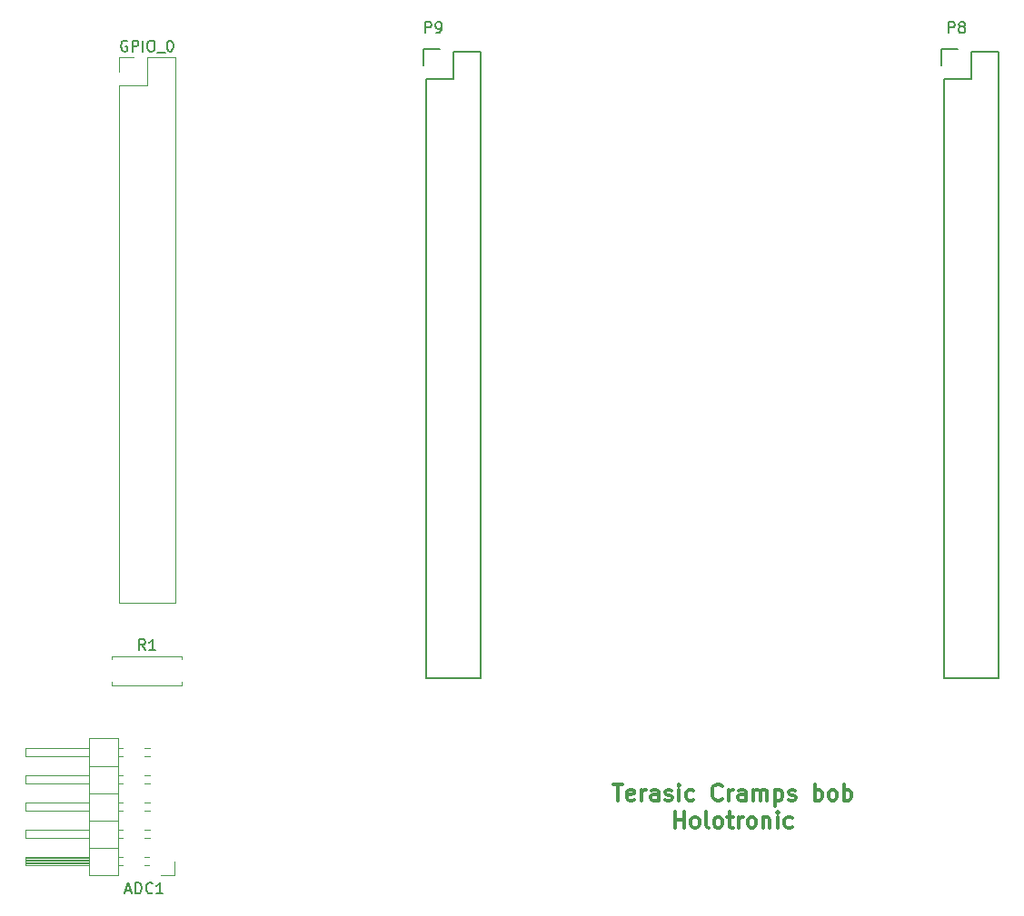
<source format=gto>
G04 #@! TF.GenerationSoftware,KiCad,Pcbnew,5.0.2-bee76a0~70~ubuntu18.04.1*
G04 #@! TF.CreationDate,2019-04-18T20:00:00+02:00*
G04 #@! TF.ProjectId,Cramps2_nano-soc,4372616d-7073-4325-9f6e-616e6f2d736f,rev?*
G04 #@! TF.SameCoordinates,Original*
G04 #@! TF.FileFunction,Legend,Top*
G04 #@! TF.FilePolarity,Positive*
%FSLAX46Y46*%
G04 Gerber Fmt 4.6, Leading zero omitted, Abs format (unit mm)*
G04 Created by KiCad (PCBNEW 5.0.2-bee76a0~70~ubuntu18.04.1) date 2019-04-18T20:00:00 CEST*
%MOMM*%
%LPD*%
G01*
G04 APERTURE LIST*
%ADD10C,0.300000*%
%ADD11C,0.150000*%
%ADD12C,0.120000*%
G04 APERTURE END LIST*
D10*
X136141428Y-135063571D02*
X136998571Y-135063571D01*
X136570000Y-136563571D02*
X136570000Y-135063571D01*
X138070000Y-136492142D02*
X137927142Y-136563571D01*
X137641428Y-136563571D01*
X137498571Y-136492142D01*
X137427142Y-136349285D01*
X137427142Y-135777857D01*
X137498571Y-135635000D01*
X137641428Y-135563571D01*
X137927142Y-135563571D01*
X138070000Y-135635000D01*
X138141428Y-135777857D01*
X138141428Y-135920714D01*
X137427142Y-136063571D01*
X138784285Y-136563571D02*
X138784285Y-135563571D01*
X138784285Y-135849285D02*
X138855714Y-135706428D01*
X138927142Y-135635000D01*
X139070000Y-135563571D01*
X139212857Y-135563571D01*
X140355714Y-136563571D02*
X140355714Y-135777857D01*
X140284285Y-135635000D01*
X140141428Y-135563571D01*
X139855714Y-135563571D01*
X139712857Y-135635000D01*
X140355714Y-136492142D02*
X140212857Y-136563571D01*
X139855714Y-136563571D01*
X139712857Y-136492142D01*
X139641428Y-136349285D01*
X139641428Y-136206428D01*
X139712857Y-136063571D01*
X139855714Y-135992142D01*
X140212857Y-135992142D01*
X140355714Y-135920714D01*
X140998571Y-136492142D02*
X141141428Y-136563571D01*
X141427142Y-136563571D01*
X141570000Y-136492142D01*
X141641428Y-136349285D01*
X141641428Y-136277857D01*
X141570000Y-136135000D01*
X141427142Y-136063571D01*
X141212857Y-136063571D01*
X141070000Y-135992142D01*
X140998571Y-135849285D01*
X140998571Y-135777857D01*
X141070000Y-135635000D01*
X141212857Y-135563571D01*
X141427142Y-135563571D01*
X141570000Y-135635000D01*
X142284285Y-136563571D02*
X142284285Y-135563571D01*
X142284285Y-135063571D02*
X142212857Y-135135000D01*
X142284285Y-135206428D01*
X142355714Y-135135000D01*
X142284285Y-135063571D01*
X142284285Y-135206428D01*
X143641428Y-136492142D02*
X143498571Y-136563571D01*
X143212857Y-136563571D01*
X143070000Y-136492142D01*
X142998571Y-136420714D01*
X142927142Y-136277857D01*
X142927142Y-135849285D01*
X142998571Y-135706428D01*
X143070000Y-135635000D01*
X143212857Y-135563571D01*
X143498571Y-135563571D01*
X143641428Y-135635000D01*
X146284285Y-136420714D02*
X146212857Y-136492142D01*
X145998571Y-136563571D01*
X145855714Y-136563571D01*
X145641428Y-136492142D01*
X145498571Y-136349285D01*
X145427142Y-136206428D01*
X145355714Y-135920714D01*
X145355714Y-135706428D01*
X145427142Y-135420714D01*
X145498571Y-135277857D01*
X145641428Y-135135000D01*
X145855714Y-135063571D01*
X145998571Y-135063571D01*
X146212857Y-135135000D01*
X146284285Y-135206428D01*
X146927142Y-136563571D02*
X146927142Y-135563571D01*
X146927142Y-135849285D02*
X146998571Y-135706428D01*
X147070000Y-135635000D01*
X147212857Y-135563571D01*
X147355714Y-135563571D01*
X148498571Y-136563571D02*
X148498571Y-135777857D01*
X148427142Y-135635000D01*
X148284285Y-135563571D01*
X147998571Y-135563571D01*
X147855714Y-135635000D01*
X148498571Y-136492142D02*
X148355714Y-136563571D01*
X147998571Y-136563571D01*
X147855714Y-136492142D01*
X147784285Y-136349285D01*
X147784285Y-136206428D01*
X147855714Y-136063571D01*
X147998571Y-135992142D01*
X148355714Y-135992142D01*
X148498571Y-135920714D01*
X149212857Y-136563571D02*
X149212857Y-135563571D01*
X149212857Y-135706428D02*
X149284285Y-135635000D01*
X149427142Y-135563571D01*
X149641428Y-135563571D01*
X149784285Y-135635000D01*
X149855714Y-135777857D01*
X149855714Y-136563571D01*
X149855714Y-135777857D02*
X149927142Y-135635000D01*
X150070000Y-135563571D01*
X150284285Y-135563571D01*
X150427142Y-135635000D01*
X150498571Y-135777857D01*
X150498571Y-136563571D01*
X151212857Y-135563571D02*
X151212857Y-137063571D01*
X151212857Y-135635000D02*
X151355714Y-135563571D01*
X151641428Y-135563571D01*
X151784285Y-135635000D01*
X151855714Y-135706428D01*
X151927142Y-135849285D01*
X151927142Y-136277857D01*
X151855714Y-136420714D01*
X151784285Y-136492142D01*
X151641428Y-136563571D01*
X151355714Y-136563571D01*
X151212857Y-136492142D01*
X152498571Y-136492142D02*
X152641428Y-136563571D01*
X152927142Y-136563571D01*
X153070000Y-136492142D01*
X153141428Y-136349285D01*
X153141428Y-136277857D01*
X153070000Y-136135000D01*
X152927142Y-136063571D01*
X152712857Y-136063571D01*
X152570000Y-135992142D01*
X152498571Y-135849285D01*
X152498571Y-135777857D01*
X152570000Y-135635000D01*
X152712857Y-135563571D01*
X152927142Y-135563571D01*
X153070000Y-135635000D01*
X154927142Y-136563571D02*
X154927142Y-135063571D01*
X154927142Y-135635000D02*
X155070000Y-135563571D01*
X155355714Y-135563571D01*
X155498571Y-135635000D01*
X155570000Y-135706428D01*
X155641428Y-135849285D01*
X155641428Y-136277857D01*
X155570000Y-136420714D01*
X155498571Y-136492142D01*
X155355714Y-136563571D01*
X155070000Y-136563571D01*
X154927142Y-136492142D01*
X156498571Y-136563571D02*
X156355714Y-136492142D01*
X156284285Y-136420714D01*
X156212857Y-136277857D01*
X156212857Y-135849285D01*
X156284285Y-135706428D01*
X156355714Y-135635000D01*
X156498571Y-135563571D01*
X156712857Y-135563571D01*
X156855714Y-135635000D01*
X156927142Y-135706428D01*
X156998571Y-135849285D01*
X156998571Y-136277857D01*
X156927142Y-136420714D01*
X156855714Y-136492142D01*
X156712857Y-136563571D01*
X156498571Y-136563571D01*
X157641428Y-136563571D02*
X157641428Y-135063571D01*
X157641428Y-135635000D02*
X157784285Y-135563571D01*
X158070000Y-135563571D01*
X158212857Y-135635000D01*
X158284285Y-135706428D01*
X158355714Y-135849285D01*
X158355714Y-136277857D01*
X158284285Y-136420714D01*
X158212857Y-136492142D01*
X158070000Y-136563571D01*
X157784285Y-136563571D01*
X157641428Y-136492142D01*
X141891428Y-139113571D02*
X141891428Y-137613571D01*
X141891428Y-138327857D02*
X142748571Y-138327857D01*
X142748571Y-139113571D02*
X142748571Y-137613571D01*
X143677142Y-139113571D02*
X143534285Y-139042142D01*
X143462857Y-138970714D01*
X143391428Y-138827857D01*
X143391428Y-138399285D01*
X143462857Y-138256428D01*
X143534285Y-138185000D01*
X143677142Y-138113571D01*
X143891428Y-138113571D01*
X144034285Y-138185000D01*
X144105714Y-138256428D01*
X144177142Y-138399285D01*
X144177142Y-138827857D01*
X144105714Y-138970714D01*
X144034285Y-139042142D01*
X143891428Y-139113571D01*
X143677142Y-139113571D01*
X145034285Y-139113571D02*
X144891428Y-139042142D01*
X144820000Y-138899285D01*
X144820000Y-137613571D01*
X145820000Y-139113571D02*
X145677142Y-139042142D01*
X145605714Y-138970714D01*
X145534285Y-138827857D01*
X145534285Y-138399285D01*
X145605714Y-138256428D01*
X145677142Y-138185000D01*
X145820000Y-138113571D01*
X146034285Y-138113571D01*
X146177142Y-138185000D01*
X146248571Y-138256428D01*
X146320000Y-138399285D01*
X146320000Y-138827857D01*
X146248571Y-138970714D01*
X146177142Y-139042142D01*
X146034285Y-139113571D01*
X145820000Y-139113571D01*
X146748571Y-138113571D02*
X147320000Y-138113571D01*
X146962857Y-137613571D02*
X146962857Y-138899285D01*
X147034285Y-139042142D01*
X147177142Y-139113571D01*
X147320000Y-139113571D01*
X147820000Y-139113571D02*
X147820000Y-138113571D01*
X147820000Y-138399285D02*
X147891428Y-138256428D01*
X147962857Y-138185000D01*
X148105714Y-138113571D01*
X148248571Y-138113571D01*
X148962857Y-139113571D02*
X148820000Y-139042142D01*
X148748571Y-138970714D01*
X148677142Y-138827857D01*
X148677142Y-138399285D01*
X148748571Y-138256428D01*
X148820000Y-138185000D01*
X148962857Y-138113571D01*
X149177142Y-138113571D01*
X149320000Y-138185000D01*
X149391428Y-138256428D01*
X149462857Y-138399285D01*
X149462857Y-138827857D01*
X149391428Y-138970714D01*
X149320000Y-139042142D01*
X149177142Y-139113571D01*
X148962857Y-139113571D01*
X150105714Y-138113571D02*
X150105714Y-139113571D01*
X150105714Y-138256428D02*
X150177142Y-138185000D01*
X150320000Y-138113571D01*
X150534285Y-138113571D01*
X150677142Y-138185000D01*
X150748571Y-138327857D01*
X150748571Y-139113571D01*
X151462857Y-139113571D02*
X151462857Y-138113571D01*
X151462857Y-137613571D02*
X151391428Y-137685000D01*
X151462857Y-137756428D01*
X151534285Y-137685000D01*
X151462857Y-137613571D01*
X151462857Y-137756428D01*
X152820000Y-139042142D02*
X152677142Y-139113571D01*
X152391428Y-139113571D01*
X152248571Y-139042142D01*
X152177142Y-138970714D01*
X152105714Y-138827857D01*
X152105714Y-138399285D01*
X152177142Y-138256428D01*
X152248571Y-138185000D01*
X152391428Y-138113571D01*
X152677142Y-138113571D01*
X152820000Y-138185000D01*
D11*
G04 #@! TO.C,P9*
X118450000Y-66450000D02*
X118450000Y-68000000D01*
X121270000Y-69270000D02*
X118730000Y-69270000D01*
X121270000Y-66730000D02*
X121270000Y-69270000D01*
X120000000Y-66450000D02*
X118450000Y-66450000D01*
X123810000Y-66730000D02*
X121270000Y-66730000D01*
X123810000Y-125150000D02*
X118730000Y-125150000D01*
X118730000Y-125150000D02*
X118730000Y-69270000D01*
X123810000Y-125150000D02*
X123810000Y-66730000D01*
G04 #@! TO.C,P8*
X166710000Y-66450000D02*
X166710000Y-68000000D01*
X169530000Y-69270000D02*
X166990000Y-69270000D01*
X169530000Y-66730000D02*
X169530000Y-69270000D01*
X168260000Y-66450000D02*
X166710000Y-66450000D01*
X172070000Y-66730000D02*
X169530000Y-66730000D01*
X172070000Y-125150000D02*
X166990000Y-125150000D01*
X166990000Y-125150000D02*
X166990000Y-69270000D01*
X172070000Y-125150000D02*
X172070000Y-66730000D01*
D12*
G04 #@! TO.C,ADC1*
X90000000Y-143570000D02*
X90000000Y-130750000D01*
X90000000Y-130750000D02*
X87340000Y-130750000D01*
X87340000Y-130750000D02*
X87340000Y-143570000D01*
X87340000Y-143570000D02*
X90000000Y-143570000D01*
X87340000Y-142620000D02*
X81340000Y-142620000D01*
X81340000Y-142620000D02*
X81340000Y-141860000D01*
X81340000Y-141860000D02*
X87340000Y-141860000D01*
X87340000Y-142560000D02*
X81340000Y-142560000D01*
X87340000Y-142440000D02*
X81340000Y-142440000D01*
X87340000Y-142320000D02*
X81340000Y-142320000D01*
X87340000Y-142200000D02*
X81340000Y-142200000D01*
X87340000Y-142080000D02*
X81340000Y-142080000D01*
X87340000Y-141960000D02*
X81340000Y-141960000D01*
X90397071Y-142620000D02*
X90000000Y-142620000D01*
X90397071Y-141860000D02*
X90000000Y-141860000D01*
X92870000Y-142620000D02*
X92482929Y-142620000D01*
X92870000Y-141860000D02*
X92482929Y-141860000D01*
X90000000Y-140970000D02*
X87340000Y-140970000D01*
X87340000Y-140080000D02*
X81340000Y-140080000D01*
X81340000Y-140080000D02*
X81340000Y-139320000D01*
X81340000Y-139320000D02*
X87340000Y-139320000D01*
X90397071Y-140080000D02*
X90000000Y-140080000D01*
X90397071Y-139320000D02*
X90000000Y-139320000D01*
X92937071Y-140080000D02*
X92482929Y-140080000D01*
X92937071Y-139320000D02*
X92482929Y-139320000D01*
X90000000Y-138430000D02*
X87340000Y-138430000D01*
X87340000Y-137540000D02*
X81340000Y-137540000D01*
X81340000Y-137540000D02*
X81340000Y-136780000D01*
X81340000Y-136780000D02*
X87340000Y-136780000D01*
X90397071Y-137540000D02*
X90000000Y-137540000D01*
X90397071Y-136780000D02*
X90000000Y-136780000D01*
X92937071Y-137540000D02*
X92482929Y-137540000D01*
X92937071Y-136780000D02*
X92482929Y-136780000D01*
X90000000Y-135890000D02*
X87340000Y-135890000D01*
X87340000Y-135000000D02*
X81340000Y-135000000D01*
X81340000Y-135000000D02*
X81340000Y-134240000D01*
X81340000Y-134240000D02*
X87340000Y-134240000D01*
X90397071Y-135000000D02*
X90000000Y-135000000D01*
X90397071Y-134240000D02*
X90000000Y-134240000D01*
X92937071Y-135000000D02*
X92482929Y-135000000D01*
X92937071Y-134240000D02*
X92482929Y-134240000D01*
X90000000Y-133350000D02*
X87340000Y-133350000D01*
X87340000Y-132460000D02*
X81340000Y-132460000D01*
X81340000Y-132460000D02*
X81340000Y-131700000D01*
X81340000Y-131700000D02*
X87340000Y-131700000D01*
X90397071Y-132460000D02*
X90000000Y-132460000D01*
X90397071Y-131700000D02*
X90000000Y-131700000D01*
X92937071Y-132460000D02*
X92482929Y-132460000D01*
X92937071Y-131700000D02*
X92482929Y-131700000D01*
X95250000Y-142240000D02*
X95250000Y-143510000D01*
X95250000Y-143510000D02*
X93980000Y-143510000D01*
G04 #@! TO.C,GPIO_0*
X90110000Y-118170000D02*
X95310000Y-118170000D01*
X90110000Y-69850000D02*
X90110000Y-118170000D01*
X95310000Y-67250000D02*
X95310000Y-118170000D01*
X90110000Y-69850000D02*
X92710000Y-69850000D01*
X92710000Y-69850000D02*
X92710000Y-67250000D01*
X92710000Y-67250000D02*
X95310000Y-67250000D01*
X90110000Y-68580000D02*
X90110000Y-67250000D01*
X90110000Y-67250000D02*
X91440000Y-67250000D01*
G04 #@! TO.C,R1*
X89440000Y-123420000D02*
X89440000Y-123090000D01*
X89440000Y-123090000D02*
X95980000Y-123090000D01*
X95980000Y-123090000D02*
X95980000Y-123420000D01*
X89440000Y-125500000D02*
X89440000Y-125830000D01*
X89440000Y-125830000D02*
X95980000Y-125830000D01*
X95980000Y-125830000D02*
X95980000Y-125500000D01*
G04 #@! TO.C,P9*
D11*
X118641904Y-64968380D02*
X118641904Y-63968380D01*
X119022857Y-63968380D01*
X119118095Y-64016000D01*
X119165714Y-64063619D01*
X119213333Y-64158857D01*
X119213333Y-64301714D01*
X119165714Y-64396952D01*
X119118095Y-64444571D01*
X119022857Y-64492190D01*
X118641904Y-64492190D01*
X119689523Y-64968380D02*
X119880000Y-64968380D01*
X119975238Y-64920761D01*
X120022857Y-64873142D01*
X120118095Y-64730285D01*
X120165714Y-64539809D01*
X120165714Y-64158857D01*
X120118095Y-64063619D01*
X120070476Y-64016000D01*
X119975238Y-63968380D01*
X119784761Y-63968380D01*
X119689523Y-64016000D01*
X119641904Y-64063619D01*
X119594285Y-64158857D01*
X119594285Y-64396952D01*
X119641904Y-64492190D01*
X119689523Y-64539809D01*
X119784761Y-64587428D01*
X119975238Y-64587428D01*
X120070476Y-64539809D01*
X120118095Y-64492190D01*
X120165714Y-64396952D01*
G04 #@! TO.C,P8*
X167409904Y-64968380D02*
X167409904Y-63968380D01*
X167790857Y-63968380D01*
X167886095Y-64016000D01*
X167933714Y-64063619D01*
X167981333Y-64158857D01*
X167981333Y-64301714D01*
X167933714Y-64396952D01*
X167886095Y-64444571D01*
X167790857Y-64492190D01*
X167409904Y-64492190D01*
X168552761Y-64396952D02*
X168457523Y-64349333D01*
X168409904Y-64301714D01*
X168362285Y-64206476D01*
X168362285Y-64158857D01*
X168409904Y-64063619D01*
X168457523Y-64016000D01*
X168552761Y-63968380D01*
X168743238Y-63968380D01*
X168838476Y-64016000D01*
X168886095Y-64063619D01*
X168933714Y-64158857D01*
X168933714Y-64206476D01*
X168886095Y-64301714D01*
X168838476Y-64349333D01*
X168743238Y-64396952D01*
X168552761Y-64396952D01*
X168457523Y-64444571D01*
X168409904Y-64492190D01*
X168362285Y-64587428D01*
X168362285Y-64777904D01*
X168409904Y-64873142D01*
X168457523Y-64920761D01*
X168552761Y-64968380D01*
X168743238Y-64968380D01*
X168838476Y-64920761D01*
X168886095Y-64873142D01*
X168933714Y-64777904D01*
X168933714Y-64587428D01*
X168886095Y-64492190D01*
X168838476Y-64444571D01*
X168743238Y-64396952D01*
G04 #@! TO.C,ADC1*
X90741714Y-144946666D02*
X91217904Y-144946666D01*
X90646476Y-145232380D02*
X90979809Y-144232380D01*
X91313142Y-145232380D01*
X91646476Y-145232380D02*
X91646476Y-144232380D01*
X91884571Y-144232380D01*
X92027428Y-144280000D01*
X92122666Y-144375238D01*
X92170285Y-144470476D01*
X92217904Y-144660952D01*
X92217904Y-144803809D01*
X92170285Y-144994285D01*
X92122666Y-145089523D01*
X92027428Y-145184761D01*
X91884571Y-145232380D01*
X91646476Y-145232380D01*
X93217904Y-145137142D02*
X93170285Y-145184761D01*
X93027428Y-145232380D01*
X92932190Y-145232380D01*
X92789333Y-145184761D01*
X92694095Y-145089523D01*
X92646476Y-144994285D01*
X92598857Y-144803809D01*
X92598857Y-144660952D01*
X92646476Y-144470476D01*
X92694095Y-144375238D01*
X92789333Y-144280000D01*
X92932190Y-144232380D01*
X93027428Y-144232380D01*
X93170285Y-144280000D01*
X93217904Y-144327619D01*
X94170285Y-145232380D02*
X93598857Y-145232380D01*
X93884571Y-145232380D02*
X93884571Y-144232380D01*
X93789333Y-144375238D01*
X93694095Y-144470476D01*
X93598857Y-144518095D01*
G04 #@! TO.C,GPIO_0*
X90852857Y-65750000D02*
X90757619Y-65702380D01*
X90614761Y-65702380D01*
X90471904Y-65750000D01*
X90376666Y-65845238D01*
X90329047Y-65940476D01*
X90281428Y-66130952D01*
X90281428Y-66273809D01*
X90329047Y-66464285D01*
X90376666Y-66559523D01*
X90471904Y-66654761D01*
X90614761Y-66702380D01*
X90710000Y-66702380D01*
X90852857Y-66654761D01*
X90900476Y-66607142D01*
X90900476Y-66273809D01*
X90710000Y-66273809D01*
X91329047Y-66702380D02*
X91329047Y-65702380D01*
X91710000Y-65702380D01*
X91805238Y-65750000D01*
X91852857Y-65797619D01*
X91900476Y-65892857D01*
X91900476Y-66035714D01*
X91852857Y-66130952D01*
X91805238Y-66178571D01*
X91710000Y-66226190D01*
X91329047Y-66226190D01*
X92329047Y-66702380D02*
X92329047Y-65702380D01*
X92995714Y-65702380D02*
X93186190Y-65702380D01*
X93281428Y-65750000D01*
X93376666Y-65845238D01*
X93424285Y-66035714D01*
X93424285Y-66369047D01*
X93376666Y-66559523D01*
X93281428Y-66654761D01*
X93186190Y-66702380D01*
X92995714Y-66702380D01*
X92900476Y-66654761D01*
X92805238Y-66559523D01*
X92757619Y-66369047D01*
X92757619Y-66035714D01*
X92805238Y-65845238D01*
X92900476Y-65750000D01*
X92995714Y-65702380D01*
X93614761Y-66797619D02*
X94376666Y-66797619D01*
X94805238Y-65702380D02*
X94900476Y-65702380D01*
X94995714Y-65750000D01*
X95043333Y-65797619D01*
X95090952Y-65892857D01*
X95138571Y-66083333D01*
X95138571Y-66321428D01*
X95090952Y-66511904D01*
X95043333Y-66607142D01*
X94995714Y-66654761D01*
X94900476Y-66702380D01*
X94805238Y-66702380D01*
X94710000Y-66654761D01*
X94662380Y-66607142D01*
X94614761Y-66511904D01*
X94567142Y-66321428D01*
X94567142Y-66083333D01*
X94614761Y-65892857D01*
X94662380Y-65797619D01*
X94710000Y-65750000D01*
X94805238Y-65702380D01*
G04 #@! TO.C,R1*
X92543333Y-122542380D02*
X92210000Y-122066190D01*
X91971904Y-122542380D02*
X91971904Y-121542380D01*
X92352857Y-121542380D01*
X92448095Y-121590000D01*
X92495714Y-121637619D01*
X92543333Y-121732857D01*
X92543333Y-121875714D01*
X92495714Y-121970952D01*
X92448095Y-122018571D01*
X92352857Y-122066190D01*
X91971904Y-122066190D01*
X93495714Y-122542380D02*
X92924285Y-122542380D01*
X93210000Y-122542380D02*
X93210000Y-121542380D01*
X93114761Y-121685238D01*
X93019523Y-121780476D01*
X92924285Y-121828095D01*
G04 #@! TD*
M02*

</source>
